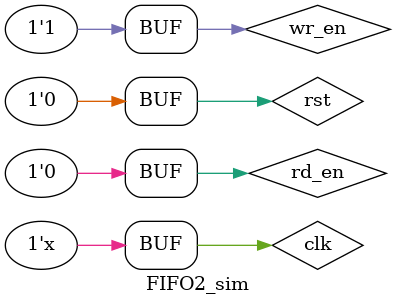
<source format=v>
`timescale 1ns / 1ps


module FIFO2_sim();
    reg [7:0]data_in;
    reg wr_en=1'b0;
    reg rd_en=1'b0;
    reg clk;
    reg rst;
    //wire [7:0]data_out=8'b0;      //wire²»ÄÜ¸³³õÖµ
    wire [7:0]data_out;
    wire empty;
    wire full;

    FIFO2 gate(clk,data_in,wr_en,rd_en,rst,data_out,empty,full);

    initial
    begin
        clk=0;
        rst=1;
        #1 clk=1;
        #1 rst=0;
        wr_en=1'b1;rd_en=1'b0;
        data_in=0;
        #50 wr_en=1'b1;rd_en=1'b1;
        #50 wr_en=1'b1;rd_en=1'b0;
        #50 wr_en=1'b0;rd_en=1'b1;
        #50 wr_en=1'b1;rd_en=1'b0;
        #50 wr_en=1'b1;rd_en=1'b0;
        #50 wr_en=1'b1;rd_en=1'b0;
        #50 wr_en=1'b0;rd_en=1'b1;
        #50 wr_en=1'b1;rd_en=1'b0;
        #50 wr_en=1'b0;rd_en=1'b1;
        #50 wr_en=1'b1;rd_en=1'b0;
        #50 rst=1;
        #10 rst=0;
    end
        always@(posedge clk)
        begin
            data_in={$random}%256;
        end
        always #50 clk=~clk;

endmodule

</source>
